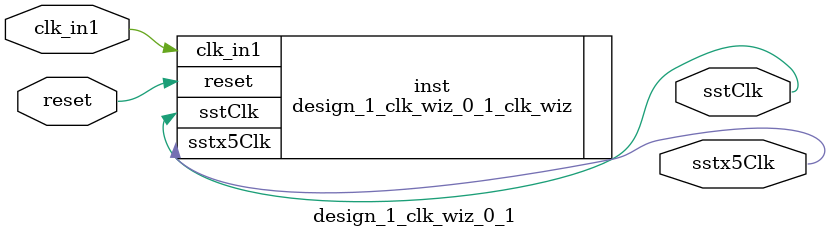
<source format=v>


`timescale 1ps/1ps

(* CORE_GENERATION_INFO = "design_1_clk_wiz_0_1,clk_wiz_v6_0_6_0_0,{component_name=design_1_clk_wiz_0_1,use_phase_alignment=true,use_min_o_jitter=false,use_max_i_jitter=false,use_dyn_phase_shift=false,use_inclk_switchover=false,use_dyn_reconfig=false,enable_axi=0,feedback_source=FDBK_AUTO,PRIMITIVE=MMCM,num_out_clk=2,clkin1_period=40.000,clkin2_period=10.0,use_power_down=false,use_reset=true,use_locked=false,use_inclk_stopped=false,feedback_type=SINGLE,CLOCK_MGR_TYPE=NA,manual_override=false}" *)

module design_1_clk_wiz_0_1 
 (
  // Clock out ports
  output        sstClk,
  output        sstx5Clk,
  // Status and control signals
  input         reset,
 // Clock in ports
  input         clk_in1
 );

  design_1_clk_wiz_0_1_clk_wiz inst
  (
  // Clock out ports  
  .sstClk(sstClk),
  .sstx5Clk(sstx5Clk),
  // Status and control signals               
  .reset(reset), 
 // Clock in ports
  .clk_in1(clk_in1)
  );

endmodule

</source>
